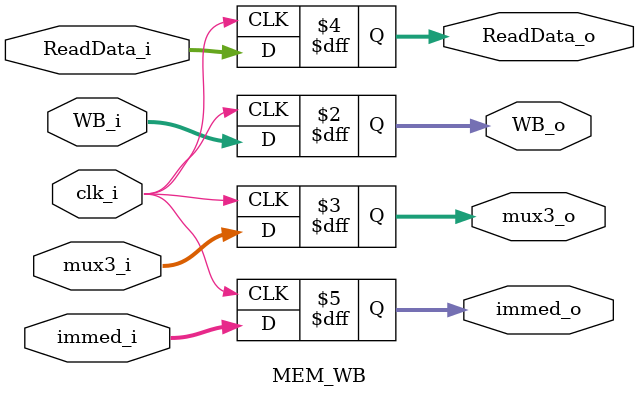
<source format=v>
module MEM_WB(
	clk_i,
	WB_i,
	ReadData_i,
	mux3_i,
	immed_i,
	WB_o,
	ReadData_o,
	mux3_o,	// connect this to Forwarding Unit
	immed_o
);

input			clk_i;
input	[1:0]	WB_i;
input	[4:0]	mux3_i;
input	[31:0]	ReadData_i, immed_i;

//output			MemToReg_o, RegWrite_o;
output reg	[1:0]	WB_o;
output reg	[4:0]	mux3_o;
output reg	[31:0]	ReadData_o, immed_o;

//assign			MemToReg_o = WB_i[0];
//assign			RegWrite_o = WB_i[1];


//assign			WB_o = WB_i;
//assign			ReadData_o = ReadData_i;
//assign 			immed_o = immed_i;
//assign			mux3_o = mux3_i;

always@(negedge clk_i)	begin
	WB_o <= WB_i;
	ReadData_o <= ReadData_i;
	immed_o <= immed_i;
	mux3_o <= mux3_i;
end

endmodule

</source>
